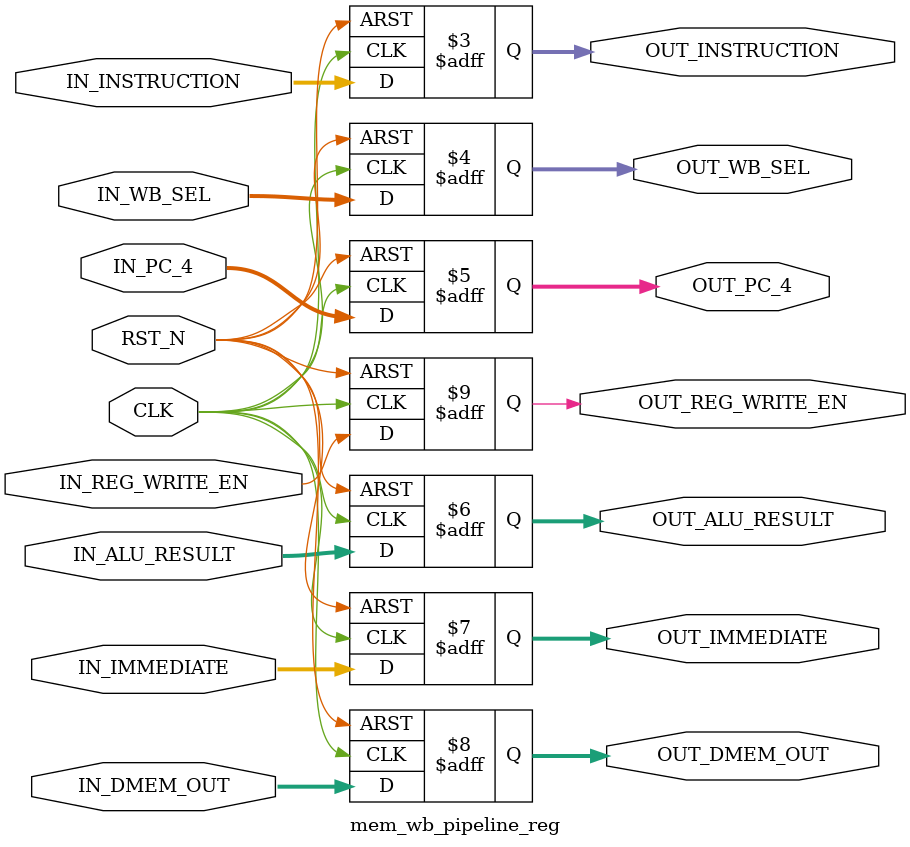
<source format=sv>
/* verilator lint_off EOFNEWLINE */
module mem_wb_pipeline_reg(
    IN_INSTRUCTION,  //INSTRUCTION [11:7]
    IN_PC_4,
    IN_ALU_RESULT, 
    IN_IMMEDIATE,
    IN_DMEM_OUT,
    IN_WB_SEL,
    IN_REG_WRITE_EN,
    OUT_INSTRUCTION,
    OUT_PC_4,
    OUT_ALU_RESULT,
    OUT_IMMEDIATE, 
    OUT_DMEM_OUT,
    OUT_WB_SEL,
    OUT_REG_WRITE_EN,
    CLK, 
    RST_N);

    input [4:0] IN_INSTRUCTION;
    input [1:0] IN_WB_SEL;
    input [31:0] IN_PC_4, IN_ALU_RESULT, IN_IMMEDIATE, IN_DMEM_OUT;   
    input IN_REG_WRITE_EN, CLK, RST_N;

    output reg [4:0] OUT_INSTRUCTION;
    output reg [1:0] OUT_WB_SEL;
    output reg [31:0] OUT_PC_4, OUT_ALU_RESULT, OUT_IMMEDIATE, OUT_DMEM_OUT; 
    output reg OUT_REG_WRITE_EN;

    always @(posedge CLK or negedge RST_N) begin
        if (!RST_N) begin
            OUT_INSTRUCTION <= 5'b0;
            OUT_PC_4 <= 32'b0;
            OUT_ALU_RESULT <= 32'b0;
            OUT_IMMEDIATE <=  32'b0;
            OUT_DMEM_OUT <= 32'b0;
            OUT_WB_SEL <= 2'bx;
            OUT_REG_WRITE_EN <= 1'bx;
        end
        else begin
            OUT_INSTRUCTION <= IN_INSTRUCTION;
            OUT_PC_4 <= IN_PC_4;
            OUT_ALU_RESULT <= IN_ALU_RESULT;
            OUT_IMMEDIATE <= IN_IMMEDIATE;
            OUT_DMEM_OUT <= IN_DMEM_OUT;
            OUT_WB_SEL <= IN_WB_SEL;
            OUT_REG_WRITE_EN <= IN_REG_WRITE_EN;
        end
    end

endmodule

 /* verilator lint_on EOFNEWLINE */

</source>
